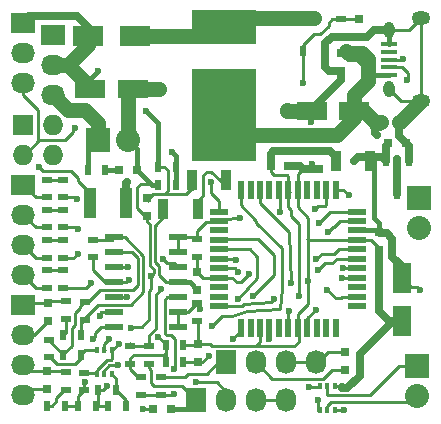
<source format=gbr>
G04 #@! TF.FileFunction,Copper,L1,Top,Signal*
%FSLAX46Y46*%
G04 Gerber Fmt 4.6, Leading zero omitted, Abs format (unit mm)*
G04 Created by KiCad (PCBNEW 4.0.4-stable) date 01/19/17 12:55:29*
%MOMM*%
%LPD*%
G01*
G04 APERTURE LIST*
%ADD10C,0.100000*%
%ADD11R,1.600200X2.600960*%
%ADD12R,1.600000X0.560000*%
%ADD13R,0.560000X1.600000*%
%ADD14R,1.350000X0.400000*%
%ADD15O,0.950000X1.400000*%
%ADD16O,1.550000X1.200000*%
%ADD17R,1.727200X2.032000*%
%ADD18O,1.727200X2.032000*%
%ADD19R,0.750000X0.800000*%
%ADD20R,0.800000X0.750000*%
%ADD21R,2.600960X1.600200*%
%ADD22R,2.499360X1.800860*%
%ADD23R,0.797560X0.797560*%
%ADD24R,1.000000X2.500000*%
%ADD25R,0.900000X1.700000*%
%ADD26R,2.032000X1.727200*%
%ADD27O,2.032000X1.727200*%
%ADD28R,1.727200X1.727200*%
%ADD29O,1.727200X1.727200*%
%ADD30R,2.032000X2.032000*%
%ADD31O,2.032000X2.032000*%
%ADD32R,0.600000X0.900000*%
%ADD33R,0.900000X0.500000*%
%ADD34R,0.500000X0.900000*%
%ADD35R,1.500000X0.600000*%
%ADD36R,0.304800X0.508000*%
%ADD37R,5.400040X2.900680*%
%ADD38R,5.400040X7.900680*%
%ADD39C,0.600000*%
%ADD40C,0.250000*%
%ADD41C,0.400000*%
%ADD42C,1.270000*%
%ADD43C,0.635000*%
G04 APERTURE END LIST*
D10*
D11*
X103187500Y-122214640D03*
X103187500Y-125816360D03*
D12*
X87723600Y-116573800D03*
X87723600Y-117373800D03*
X87723600Y-118173800D03*
X87723600Y-118973800D03*
X87723600Y-119773800D03*
X87723600Y-120573800D03*
X87723600Y-121373800D03*
X87723600Y-122173800D03*
X87723600Y-122973800D03*
X87723600Y-123773800D03*
X87723600Y-124573800D03*
D13*
X89573600Y-126423800D03*
X90373600Y-126423800D03*
X91173600Y-126423800D03*
X91973600Y-126423800D03*
X92773600Y-126423800D03*
X93573600Y-126423800D03*
X94373600Y-126423800D03*
X95173600Y-126423800D03*
X95973600Y-126423800D03*
X96773600Y-126423800D03*
X97573600Y-126423800D03*
D12*
X99423600Y-124573800D03*
X99423600Y-123773800D03*
X99423600Y-122973800D03*
X99423600Y-122173800D03*
X99423600Y-121373800D03*
X99423600Y-120573800D03*
X99423600Y-119773800D03*
X99423600Y-118973800D03*
X99423600Y-118173800D03*
X99423600Y-117373800D03*
X99423600Y-116573800D03*
D13*
X97573600Y-114723800D03*
X96773600Y-114723800D03*
X95973600Y-114723800D03*
X95173600Y-114723800D03*
X94373600Y-114723800D03*
X93573600Y-114723800D03*
X92773600Y-114723800D03*
X91973600Y-114723800D03*
X91173600Y-114723800D03*
X90373600Y-114723800D03*
X89573600Y-114723800D03*
D14*
X102132960Y-104996400D03*
X102132960Y-104346400D03*
X102132960Y-103696400D03*
X102132960Y-103046400D03*
X102132960Y-102396400D03*
D15*
X102132960Y-106196400D03*
X102132960Y-101196400D03*
D16*
X104832960Y-107196400D03*
X104832960Y-100196400D03*
D17*
X88328500Y-129349500D03*
D18*
X90868500Y-129349500D03*
X93408500Y-129349500D03*
X95948500Y-129349500D03*
D19*
X98374200Y-128459800D03*
X98374200Y-129959800D03*
D20*
X83630200Y-133273800D03*
X82130200Y-133273800D03*
X101421500Y-109029500D03*
X102921500Y-109029500D03*
D19*
X101219000Y-118312500D03*
X101219000Y-119812500D03*
X85915500Y-129312100D03*
X85915500Y-127812100D03*
X81597500Y-115455000D03*
X81597500Y-116955000D03*
X96202500Y-111454500D03*
X96202500Y-112954500D03*
D21*
X99146360Y-108077000D03*
X95544640Y-108077000D03*
D19*
X98044000Y-103136000D03*
X98044000Y-104636000D03*
D20*
X102056500Y-110807500D03*
X103556500Y-110807500D03*
D19*
X73215500Y-125845000D03*
X73215500Y-124345000D03*
X73152000Y-131610800D03*
X73152000Y-130110800D03*
D21*
X76812140Y-106172000D03*
X80413860Y-106172000D03*
D19*
X85852000Y-123178000D03*
X85852000Y-121678000D03*
X94805500Y-111454500D03*
X94805500Y-112954500D03*
D20*
X92087000Y-112712500D03*
X93587000Y-112712500D03*
D22*
X76614020Y-101727000D03*
X80611980Y-101727000D03*
D23*
X79260700Y-113030000D03*
X80759300Y-113030000D03*
D24*
X76808200Y-115824000D03*
X79808200Y-115824000D03*
D25*
X100522700Y-112318800D03*
X97622700Y-112318800D03*
X88318000Y-113919000D03*
X85418000Y-113919000D03*
X83005000Y-116332000D03*
X85905000Y-116332000D03*
D26*
X71120000Y-114300000D03*
D27*
X71120000Y-116840000D03*
X71120000Y-119380000D03*
X71120000Y-121920000D03*
D28*
X71120000Y-109220000D03*
D29*
X73660000Y-109220000D03*
X71120000Y-111760000D03*
X73660000Y-111760000D03*
D17*
X85788500Y-132524500D03*
D18*
X88328500Y-132524500D03*
X90868500Y-132524500D03*
X93408500Y-132524500D03*
D26*
X71120000Y-124460000D03*
D27*
X71120000Y-127000000D03*
X71120000Y-129540000D03*
X71120000Y-132080000D03*
D30*
X77470000Y-110490000D03*
D31*
X80010000Y-110490000D03*
D30*
X104470200Y-129616200D03*
D31*
X104470200Y-132156200D03*
D26*
X71069200Y-100571300D03*
D27*
X71069200Y-103111300D03*
X71069200Y-105651300D03*
D26*
X73660000Y-101600000D03*
D27*
X73660000Y-104140000D03*
X73660000Y-106680000D03*
D32*
X95758000Y-100200000D03*
X96708000Y-103000000D03*
X94808000Y-103000000D03*
D33*
X82753200Y-132068000D03*
X82753200Y-130568000D03*
X81788000Y-127951800D03*
X81788000Y-129451800D03*
X81127600Y-132068000D03*
X81127600Y-130568000D03*
X80187800Y-129451800D03*
X80187800Y-127951800D03*
D34*
X84684300Y-129324100D03*
X83184300Y-129324100D03*
X84684300Y-127850900D03*
X83184300Y-127850900D03*
D33*
X73101200Y-121525600D03*
X73101200Y-123025600D03*
X73101200Y-119011000D03*
X73101200Y-120511000D03*
X73101200Y-116420200D03*
X73101200Y-117920200D03*
X73101200Y-113880200D03*
X73101200Y-115380200D03*
X74498200Y-123025600D03*
X74498200Y-121525600D03*
X74498200Y-120511000D03*
X74498200Y-119011000D03*
X74498200Y-117920200D03*
X74498200Y-116420200D03*
X74498200Y-115380200D03*
X74498200Y-113880200D03*
D34*
X78320200Y-132994400D03*
X79820200Y-132994400D03*
X77482000Y-131673600D03*
X78982000Y-131673600D03*
X74535600Y-128676400D03*
X76035600Y-128676400D03*
D33*
X73304400Y-127418400D03*
X73304400Y-128918400D03*
X76327000Y-125718000D03*
X76327000Y-124218000D03*
D34*
X75805600Y-132994400D03*
X77305600Y-132994400D03*
D33*
X85852000Y-124345000D03*
X85852000Y-125845000D03*
D34*
X74497500Y-127063500D03*
X75997500Y-127063500D03*
X73164000Y-132994400D03*
X74664000Y-132994400D03*
D33*
X74739500Y-124154500D03*
X74739500Y-125654500D03*
X74726800Y-130161600D03*
X74726800Y-131661600D03*
D34*
X82562000Y-112776000D03*
X84062000Y-112776000D03*
X84062000Y-114300000D03*
X82562000Y-114300000D03*
D33*
X85826600Y-120384000D03*
X85826600Y-118884000D03*
X77025500Y-118947500D03*
X77025500Y-120447500D03*
X76250800Y-130212400D03*
X76250800Y-131712400D03*
X98056700Y-100265800D03*
X98056700Y-101765800D03*
D34*
X76593000Y-113030000D03*
X78093000Y-113030000D03*
D32*
X102806500Y-115065000D03*
X101856500Y-112265000D03*
X103756500Y-112265000D03*
D35*
X84234000Y-126365000D03*
X84234000Y-125095000D03*
X84234000Y-123825000D03*
X84234000Y-122555000D03*
X84234000Y-121285000D03*
X84234000Y-120015000D03*
X84234000Y-118745000D03*
X78834000Y-118745000D03*
X78834000Y-120015000D03*
X78834000Y-121285000D03*
X78834000Y-122555000D03*
X78834000Y-123825000D03*
X78834000Y-125095000D03*
X78834000Y-126365000D03*
D36*
X78613000Y-128320800D03*
X77343000Y-128320800D03*
X78613000Y-130352800D03*
X77978000Y-128320800D03*
X77343000Y-130352800D03*
X77978000Y-130352800D03*
X96215200Y-133400800D03*
X97485200Y-133400800D03*
X96215200Y-131368800D03*
X96850200Y-133400800D03*
X97485200Y-131368800D03*
X96850200Y-131368800D03*
D30*
X104597200Y-115392200D03*
D31*
X104597200Y-117932200D03*
D19*
X99580700Y-100265800D03*
X99580700Y-101765800D03*
D37*
X88138000Y-100916740D03*
D38*
X88138000Y-108418126D03*
D39*
X81229200Y-133273800D03*
X85750400Y-130962400D03*
X101041200Y-110083600D03*
X102793800Y-112090200D03*
X93421200Y-108000800D03*
X98145600Y-131419600D03*
X96062800Y-132562600D03*
X95567500Y-112585500D03*
X95504000Y-108966000D03*
X79222600Y-127762000D03*
X80289400Y-126390400D03*
X75514200Y-109474000D03*
X80060800Y-122326400D03*
X81940400Y-122021600D03*
X95199200Y-122428000D03*
X90271600Y-121843800D03*
X82626200Y-106222800D03*
X104724200Y-123215400D03*
X95885000Y-124891800D03*
X99123500Y-112268000D03*
X79946500Y-114046000D03*
X94513400Y-123723400D03*
X86817200Y-128803400D03*
X77470000Y-104648000D03*
X81534000Y-108077000D03*
X72491600Y-112826800D03*
X83693000Y-111506000D03*
X87020400Y-114071400D03*
X92900500Y-116649500D03*
X89471500Y-117157500D03*
X90614500Y-123698000D03*
X78422500Y-127381000D03*
X89344500Y-123952000D03*
X79184500Y-129603500D03*
X89154000Y-120650000D03*
X80010000Y-121285000D03*
X79883000Y-123825000D03*
X89344500Y-121666000D03*
X93662500Y-125031500D03*
X92329000Y-124015500D03*
X98310700Y-133400800D03*
X88849200Y-127355600D03*
X95326200Y-131445000D03*
X91973400Y-127355600D03*
X94818200Y-105714800D03*
X96875600Y-123215400D03*
X98145600Y-122174000D03*
X103581200Y-105410000D03*
X98171000Y-121361200D03*
X103301800Y-103657400D03*
X96075500Y-121539000D03*
X76835000Y-122618500D03*
X95948500Y-120586500D03*
X75755500Y-120142000D03*
X96964500Y-118300500D03*
X75755500Y-118046500D03*
X96139000Y-117538500D03*
X75692000Y-115506500D03*
X98679000Y-115189000D03*
X95821500Y-116332000D03*
X93827600Y-122656600D03*
X86106000Y-124841000D03*
X87122000Y-126238000D03*
X82550000Y-127190500D03*
X83921600Y-132029200D03*
X83921600Y-129895600D03*
X82981800Y-120599200D03*
X82804000Y-123088400D03*
X78206600Y-131318000D03*
X77597000Y-125399800D03*
X76327000Y-131013200D03*
X77012800Y-127355600D03*
D40*
X95948500Y-129349500D02*
X96075500Y-129349500D01*
X96075500Y-129349500D02*
X96952500Y-128472500D01*
X96952500Y-128472500D02*
X98044000Y-128472500D01*
X95948500Y-129349500D02*
X93408500Y-129349500D01*
X82753200Y-130568000D02*
X84824000Y-130568000D01*
X86664800Y-130302000D02*
X87617300Y-129349500D01*
X85090000Y-130302000D02*
X86664800Y-130302000D01*
X84824000Y-130568000D02*
X85090000Y-130302000D01*
X87617300Y-129349500D02*
X88328500Y-129349500D01*
X98044000Y-129972500D02*
X97281300Y-129972500D01*
X92227400Y-130708400D02*
X90868500Y-129349500D01*
X96545400Y-130708400D02*
X92227400Y-130708400D01*
X97281300Y-129972500D02*
X96545400Y-130708400D01*
X90868500Y-129349500D02*
X90932000Y-129349500D01*
D41*
X83630200Y-133273800D02*
X85039200Y-133273800D01*
X85039200Y-133273800D02*
X85788500Y-132524500D01*
D40*
X85064600Y-133248400D02*
X85788500Y-132524500D01*
X90868500Y-132524500D02*
X93408500Y-132524500D01*
X85788500Y-132524500D02*
X85788500Y-132626100D01*
X84582000Y-131318000D02*
X85788500Y-132524500D01*
X82194400Y-131318000D02*
X84582000Y-131318000D01*
X81940400Y-131064000D02*
X82194400Y-131318000D01*
X81940400Y-129997200D02*
X81940400Y-131064000D01*
X81788000Y-129844800D02*
X81940400Y-129997200D01*
X81788000Y-129451800D02*
X81788000Y-129844800D01*
X81788000Y-129451800D02*
X81788000Y-129667000D01*
X82118200Y-133273800D02*
X81229200Y-133273800D01*
X85750400Y-130962400D02*
X85801200Y-131013200D01*
X85801200Y-131013200D02*
X87528400Y-131013200D01*
X87528400Y-131013200D02*
X88328500Y-131813300D01*
X88328500Y-131813300D02*
X88328500Y-132524500D01*
D42*
X88138000Y-110919260D02*
X88138000Y-110845600D01*
D43*
X102806500Y-115065000D02*
X102806500Y-112102900D01*
X100888800Y-109931200D02*
X100888800Y-109016800D01*
X101041200Y-110083600D02*
X100888800Y-109931200D01*
X102806500Y-112102900D02*
X102793800Y-112090200D01*
X98552000Y-109321600D02*
X98501200Y-109270800D01*
X98501200Y-109270800D02*
X98552000Y-109321600D01*
X98552000Y-109321600D02*
X98552000Y-109220000D01*
D42*
X99146360Y-108077000D02*
X99949000Y-108077000D01*
X99949000Y-108077000D02*
X100888800Y-109016800D01*
X100888800Y-109016800D02*
X101028500Y-109156500D01*
X101028500Y-109156500D02*
X101421500Y-109029500D01*
X100330000Y-104648000D02*
X100330000Y-103632000D01*
X98615500Y-103124000D02*
X98488500Y-102997000D01*
X99822000Y-103124000D02*
X98615500Y-103124000D01*
X100330000Y-103632000D02*
X99822000Y-103124000D01*
X99146360Y-108077000D02*
X99146360Y-106720640D01*
X100330000Y-105537000D02*
X100330000Y-104648000D01*
X99146360Y-106720640D02*
X100330000Y-105537000D01*
D41*
X102132960Y-104996400D02*
X100678400Y-104996400D01*
X100678400Y-104996400D02*
X100330000Y-104648000D01*
X98603500Y-103695500D02*
X98044000Y-103136000D01*
X100330000Y-104648000D02*
X99377500Y-103695500D01*
X99377500Y-103695500D02*
X98603500Y-103695500D01*
D42*
X99146360Y-108077000D02*
X99146360Y-108625640D01*
X99146360Y-108625640D02*
X98552000Y-109220000D01*
X98552000Y-109220000D02*
X97663000Y-110109000D01*
X97663000Y-110109000D02*
X88948260Y-110109000D01*
X88948260Y-110109000D02*
X88138000Y-110919260D01*
D43*
X99580700Y-101765800D02*
X100227700Y-101765800D01*
X100797100Y-101196400D02*
X102132960Y-101196400D01*
X100227700Y-101765800D02*
X100797100Y-101196400D01*
X95544640Y-108077000D02*
X95544640Y-107909360D01*
X95544640Y-107909360D02*
X98044000Y-105410000D01*
X98044000Y-105410000D02*
X98044000Y-104636000D01*
X96708000Y-103000000D02*
X96708000Y-104366100D01*
X96977900Y-104636000D02*
X98044000Y-104636000D01*
X96708000Y-104366100D02*
X96977900Y-104636000D01*
X98056700Y-101765800D02*
X97243200Y-101765800D01*
X96708000Y-102301000D02*
X96708000Y-103000000D01*
X97243200Y-101765800D02*
X96708000Y-102301000D01*
X99580700Y-101765800D02*
X98056700Y-101765800D01*
D40*
X98094800Y-131368800D02*
X98145600Y-131419600D01*
X97485200Y-131368800D02*
X98094800Y-131368800D01*
D42*
X93497400Y-108077000D02*
X95544640Y-108077000D01*
X93421200Y-108000800D02*
X93497400Y-108077000D01*
D40*
X71069200Y-105651300D02*
X71069200Y-106629200D01*
X72390000Y-107950000D02*
X72390000Y-110617000D01*
X72390000Y-107950000D02*
X71120000Y-106680000D01*
X71069200Y-106629200D02*
X71120000Y-106680000D01*
D42*
X80413860Y-106172000D02*
X82575400Y-106172000D01*
D40*
X101219000Y-119812500D02*
X101219000Y-119659400D01*
X101219000Y-119659400D02*
X100533400Y-118973800D01*
D43*
X102921500Y-109029500D02*
X102921500Y-110172500D01*
X102921500Y-110172500D02*
X103556500Y-110807500D01*
X103756500Y-112265000D02*
X103756500Y-111007500D01*
X103756500Y-111007500D02*
X103556500Y-110807500D01*
X103187500Y-125816360D02*
X102067360Y-125816360D01*
X101219000Y-124968000D02*
X101219000Y-119812500D01*
X102067360Y-125816360D02*
X101219000Y-124968000D01*
X103187500Y-125816360D02*
X102453440Y-125816360D01*
X102453440Y-125816360D02*
X99618800Y-128651000D01*
X99618800Y-128651000D02*
X99618800Y-130454400D01*
X99618800Y-130454400D02*
X98584902Y-131488298D01*
X98584902Y-131488298D02*
X98145600Y-131488298D01*
X98145600Y-131488298D02*
X98145600Y-131445000D01*
D40*
X96075500Y-133477000D02*
X96075500Y-132575300D01*
X98120200Y-131445000D02*
X98145600Y-131445000D01*
X98145600Y-131419600D02*
X98120200Y-131445000D01*
X96075500Y-132575300D02*
X96062800Y-132562600D01*
X85915500Y-127812100D02*
X86943500Y-127812100D01*
X87122000Y-127990600D02*
X90576400Y-127990600D01*
X86943500Y-127812100D02*
X87122000Y-127990600D01*
D42*
X102921500Y-109029500D02*
X102999860Y-109029500D01*
X102999860Y-109029500D02*
X104832960Y-107196400D01*
D40*
X104832960Y-107196400D02*
X103132960Y-107196400D01*
X103132960Y-107196400D02*
X102132960Y-106196400D01*
X104832960Y-100196400D02*
X104832960Y-107196400D01*
X102132960Y-101196400D02*
X103832960Y-101196400D01*
X103832960Y-101196400D02*
X104832960Y-100196400D01*
D41*
X102132960Y-102396400D02*
X102132960Y-101196400D01*
D40*
X95377000Y-112776000D02*
X95567500Y-112585500D01*
X95504000Y-108966000D02*
X95544640Y-108925360D01*
X95544640Y-108925360D02*
X95544640Y-108077000D01*
X95377000Y-112954500D02*
X95377000Y-112776000D01*
X94373600Y-113386400D02*
X94805500Y-112954500D01*
D43*
X96202500Y-112954500D02*
X95377000Y-112954500D01*
X95377000Y-112954500D02*
X94805500Y-112954500D01*
X93587000Y-112712500D02*
X94563500Y-112712500D01*
X94563500Y-112712500D02*
X94805500Y-112954500D01*
D40*
X78613000Y-128320800D02*
X78663800Y-128320800D01*
X78663800Y-128320800D02*
X79222600Y-127762000D01*
X81940400Y-122021600D02*
X81940400Y-123139200D01*
X80365600Y-126314200D02*
X80289400Y-126390400D01*
X81178400Y-126314200D02*
X80365600Y-126314200D01*
X81788000Y-125704600D02*
X81178400Y-126314200D01*
X81788000Y-123291600D02*
X81788000Y-125704600D01*
X81940400Y-123139200D02*
X81788000Y-123291600D01*
X77343000Y-130352800D02*
X77343000Y-129970402D01*
X77343000Y-129970402D02*
X78198004Y-129115398D01*
X78198004Y-129115398D02*
X78580402Y-129115398D01*
X78580402Y-129115398D02*
X78613000Y-129082800D01*
X78613000Y-129082800D02*
X78613000Y-128320800D01*
X86347800Y-122173800D02*
X85852000Y-121678000D01*
X81597500Y-116955000D02*
X81445800Y-116955000D01*
X81445800Y-116955000D02*
X80797400Y-116306600D01*
X81089500Y-114236500D02*
X81724500Y-114236500D01*
X80797400Y-114528600D02*
X81089500Y-114236500D01*
X80797400Y-116306600D02*
X80797400Y-114528600D01*
X81788000Y-114173000D02*
X81788000Y-114058700D01*
X81724500Y-114236500D02*
X81845150Y-114115850D01*
X81845150Y-114115850D02*
X81788000Y-114173000D01*
X75361800Y-109829600D02*
X74701400Y-110490000D01*
X75514200Y-109474000D02*
X75361800Y-109626400D01*
X75361800Y-109626400D02*
X75361800Y-109829600D01*
X72517000Y-110490000D02*
X72390000Y-110617000D01*
X74701400Y-110490000D02*
X72517000Y-110490000D01*
X86092600Y-127635000D02*
X85915500Y-127812100D01*
X85915500Y-127812100D02*
X85915500Y-125908500D01*
X85915500Y-125908500D02*
X85852000Y-125845000D01*
X84684300Y-127850900D02*
X85876700Y-127850900D01*
X85876700Y-127850900D02*
X85915500Y-127812100D01*
X85826600Y-120384000D02*
X85826600Y-121652600D01*
X85826600Y-121652600D02*
X85852000Y-121678000D01*
X78834000Y-122555000D02*
X79832200Y-122555000D01*
X79832200Y-122555000D02*
X80060800Y-122326400D01*
X81864200Y-121165198D02*
X81864200Y-117678200D01*
X81940400Y-122021600D02*
X82169000Y-121793000D01*
X82169000Y-121793000D02*
X82169000Y-121469998D01*
X82169000Y-121469998D02*
X81864200Y-121165198D01*
X76250800Y-130212400D02*
X77202600Y-130212400D01*
X77202600Y-130212400D02*
X77343000Y-130352800D01*
X78834000Y-122555000D02*
X78054200Y-122555000D01*
X77025500Y-121526300D02*
X77025500Y-120447500D01*
X78054200Y-122555000D02*
X77025500Y-121526300D01*
X81597500Y-116955000D02*
X81597500Y-117411500D01*
X81597500Y-117411500D02*
X81864200Y-117678200D01*
D41*
X85852000Y-121678000D02*
X85864000Y-121678000D01*
X80759300Y-113030000D02*
X80759300Y-111239300D01*
X80759300Y-111239300D02*
X80010000Y-110490000D01*
X82562000Y-114300000D02*
X82029300Y-114300000D01*
X82029300Y-114300000D02*
X81788000Y-114058700D01*
X81788000Y-114058700D02*
X80759300Y-113030000D01*
D40*
X71120000Y-111760000D02*
X71247000Y-111760000D01*
X71247000Y-111760000D02*
X72390000Y-110617000D01*
D42*
X80010000Y-110490000D02*
X80010000Y-106575860D01*
X80010000Y-106575860D02*
X80413860Y-106172000D01*
D40*
X100533400Y-118973800D02*
X99423600Y-118973800D01*
X99423600Y-118973800D02*
X95250000Y-118973800D01*
X95186500Y-118935500D02*
X95250000Y-118935500D01*
X95211700Y-118935500D02*
X95186500Y-118935500D01*
X95250000Y-118973800D02*
X95211700Y-118935500D01*
X95250000Y-122428000D02*
X95250000Y-118935500D01*
X95250000Y-118935500D02*
X95250000Y-117094000D01*
X91173600Y-127622000D02*
X91173600Y-126423800D01*
X90805000Y-127990600D02*
X91173600Y-127622000D01*
X90576400Y-127990600D02*
X90805000Y-127990600D01*
X95199200Y-122428000D02*
X95250000Y-122428000D01*
X95250000Y-122428000D02*
X95224600Y-122428000D01*
X95224600Y-122428000D02*
X95250000Y-122428000D01*
X90576400Y-127990600D02*
X94081600Y-127990600D01*
X94462600Y-127609600D02*
X94462600Y-126512800D01*
X94081600Y-127990600D02*
X94462600Y-127609600D01*
X94462600Y-126512800D02*
X94373600Y-126423800D01*
X94373600Y-126423800D02*
X94373600Y-125272900D01*
X94373600Y-125272900D02*
X95250000Y-124396500D01*
X95250000Y-124396500D02*
X95250000Y-122428000D01*
X94373600Y-114723800D02*
X94373600Y-113386400D01*
X94373600Y-116217600D02*
X94373600Y-114723800D01*
X95250000Y-117094000D02*
X94373600Y-116217600D01*
X87723600Y-122173800D02*
X88823600Y-122173800D01*
X89560400Y-122555000D02*
X90271600Y-121843800D01*
X89204800Y-122555000D02*
X89560400Y-122555000D01*
X88823600Y-122173800D02*
X89204800Y-122555000D01*
X87723600Y-122173800D02*
X86347800Y-122173800D01*
D42*
X82575400Y-106172000D02*
X82626200Y-106222800D01*
D40*
X95173600Y-126423800D02*
X95173600Y-125603200D01*
X95173600Y-125603200D02*
X95885000Y-124891800D01*
D43*
X103187500Y-122214640D02*
X103187500Y-121196100D01*
X103187500Y-121196100D02*
X102387400Y-120396000D01*
X101904800Y-118414800D02*
X101321300Y-118414800D01*
X102387400Y-118897400D02*
X101904800Y-118414800D01*
X102387400Y-120396000D02*
X102387400Y-118897400D01*
X101321300Y-118414800D02*
X101219000Y-118312500D01*
D40*
X104495600Y-122986800D02*
X103959660Y-122986800D01*
X104724200Y-123215400D02*
X104495600Y-122986800D01*
X103959660Y-122986800D02*
X103187500Y-122214640D01*
D43*
X100510000Y-111950500D02*
X101542000Y-111950500D01*
X101542000Y-111950500D02*
X101856500Y-112265000D01*
X101856500Y-112265000D02*
X101856500Y-111432300D01*
X101856500Y-112265000D02*
X101856500Y-111432300D01*
X101856500Y-111432300D02*
X101856500Y-111007500D01*
X101856500Y-111007500D02*
X102056500Y-110807500D01*
D41*
X100838000Y-112278500D02*
X100510000Y-111950500D01*
X100838000Y-117157500D02*
X100838000Y-112278500D01*
X101219000Y-117538500D02*
X100838000Y-117157500D01*
X101219000Y-118312500D02*
X101219000Y-117538500D01*
X101080300Y-118173800D02*
X101219000Y-118312500D01*
D43*
X79808200Y-115824000D02*
X79808200Y-114184300D01*
X99441000Y-111950500D02*
X100510000Y-111950500D01*
X99123500Y-112268000D02*
X99441000Y-111950500D01*
X79808200Y-114184300D02*
X79946500Y-114046000D01*
D41*
X99423600Y-118173800D02*
X101080300Y-118173800D01*
D40*
X85915500Y-129312100D02*
X86308500Y-129312100D01*
X86308500Y-129312100D02*
X86817200Y-128803400D01*
D43*
X96202500Y-111454500D02*
X97114000Y-111454500D01*
X97114000Y-111454500D02*
X97610000Y-111950500D01*
X94805500Y-111454500D02*
X96202500Y-111454500D01*
X92087000Y-112712500D02*
X92087000Y-111684500D01*
X92317000Y-111454500D02*
X94805500Y-111454500D01*
X92087000Y-111684500D02*
X92317000Y-111454500D01*
D40*
X92087000Y-113232500D02*
X92087000Y-112712500D01*
X85915500Y-129312100D02*
X86270400Y-129312100D01*
X85915500Y-129312100D02*
X86079900Y-129312100D01*
X85915500Y-129312100D02*
X84696300Y-129312100D01*
X84696300Y-129312100D02*
X84684300Y-129324100D01*
X93573600Y-116205000D02*
X93573600Y-114723800D01*
X93802200Y-116433600D02*
X93573600Y-116205000D01*
X93802200Y-116941600D02*
X93802200Y-116433600D01*
X94513400Y-117652800D02*
X93802200Y-116941600D01*
X94513400Y-123723400D02*
X94513400Y-117652800D01*
X93573600Y-114723800D02*
X93573600Y-113576100D01*
X93573600Y-113576100D02*
X93472000Y-113474500D01*
X93472000Y-113474500D02*
X92329000Y-113474500D01*
X92329000Y-113474500D02*
X92087000Y-113232500D01*
X93662500Y-114812700D02*
X93573600Y-114723800D01*
X93726000Y-114876200D02*
X93573600Y-114723800D01*
D43*
X76614020Y-101727000D02*
X76614020Y-100972620D01*
X76614020Y-100972620D02*
X75641200Y-99999800D01*
X75641200Y-99999800D02*
X71640700Y-99999800D01*
X71640700Y-99999800D02*
X71069200Y-100571300D01*
D40*
X83083400Y-115112800D02*
X84886800Y-115112800D01*
X84886800Y-115112800D02*
X85418000Y-114581600D01*
X85418000Y-114581600D02*
X85418000Y-113919000D01*
X81597500Y-115455000D02*
X81776000Y-115455000D01*
X81776000Y-115455000D02*
X82118200Y-115112800D01*
X83058000Y-112776000D02*
X82562000Y-112776000D01*
X83362800Y-113080800D02*
X83058000Y-112776000D01*
X83362800Y-114833400D02*
X83362800Y-113080800D01*
X83083400Y-115112800D02*
X83362800Y-114833400D01*
X82118200Y-115112800D02*
X83083400Y-115112800D01*
X81597500Y-115455000D02*
X81839500Y-115455000D01*
X81661000Y-115685000D02*
X81661000Y-115570000D01*
D41*
X85418000Y-113919000D02*
X85418000Y-114607000D01*
X82562000Y-112776000D02*
X82562000Y-109105000D01*
X76812140Y-105305860D02*
X76812140Y-106172000D01*
X77470000Y-104648000D02*
X76812140Y-105305860D01*
X82562000Y-109105000D02*
X81534000Y-108077000D01*
D43*
X73660000Y-104140000D02*
X73279000Y-104140000D01*
D42*
X76812140Y-106172000D02*
X76812140Y-106022140D01*
X76812140Y-106022140D02*
X74930000Y-104140000D01*
X76614020Y-101727000D02*
X76614020Y-102455980D01*
X76614020Y-102455980D02*
X74930000Y-104140000D01*
X74930000Y-104140000D02*
X73660000Y-104140000D01*
D40*
X71120000Y-127000000D02*
X72060500Y-127000000D01*
X72060500Y-127000000D02*
X73215500Y-125845000D01*
X73215500Y-124345000D02*
X71235000Y-124345000D01*
X71235000Y-124345000D02*
X71120000Y-124460000D01*
X74739500Y-124154500D02*
X73406000Y-124154500D01*
X73406000Y-124154500D02*
X73215500Y-124345000D01*
X71589200Y-131610800D02*
X71120000Y-132080000D01*
X71335200Y-131864800D02*
X71120000Y-132080000D01*
X73152000Y-131610800D02*
X71589200Y-131610800D01*
X73152000Y-130110800D02*
X74676000Y-130110800D01*
X74676000Y-130110800D02*
X74726800Y-130161600D01*
X73152000Y-130110800D02*
X71690800Y-130110800D01*
X71690800Y-130110800D02*
X71120000Y-129540000D01*
X84234000Y-122555000D02*
X83210400Y-122555000D01*
X82314202Y-117761598D02*
X83005000Y-117070800D01*
X82314202Y-120853200D02*
X82314202Y-117761598D01*
X82619002Y-121158000D02*
X82314202Y-120853200D01*
X82619002Y-121963602D02*
X82619002Y-121158000D01*
X83210400Y-122555000D02*
X82619002Y-121963602D01*
X83005000Y-117070800D02*
X83005000Y-116332000D01*
D41*
X84234000Y-122555000D02*
X85229000Y-122555000D01*
X85229000Y-122555000D02*
X85852000Y-123178000D01*
D42*
X80611980Y-101727000D02*
X87327740Y-101727000D01*
X87327740Y-101727000D02*
X88138000Y-100916740D01*
X95758000Y-100200000D02*
X88854740Y-100200000D01*
X88854740Y-100200000D02*
X88138000Y-100916740D01*
D41*
X79260700Y-113030000D02*
X78093000Y-113030000D01*
D40*
X76808200Y-114984400D02*
X75793600Y-113969800D01*
X76808200Y-115824000D02*
X76808200Y-114984400D01*
X75793600Y-113969800D02*
X75793600Y-113766600D01*
X75793600Y-113766600D02*
X75184000Y-113157000D01*
X75184000Y-113157000D02*
X72821800Y-113157000D01*
X72821800Y-113157000D02*
X72491600Y-112826800D01*
D41*
X83693000Y-111506000D02*
X84074000Y-111887000D01*
X84062000Y-114300000D02*
X84062000Y-112776000D01*
X84074000Y-111887000D02*
X84074000Y-112764000D01*
X84074000Y-112764000D02*
X84062000Y-112776000D01*
D40*
X87020400Y-114960400D02*
X87020400Y-114071400D01*
X87723600Y-115663600D02*
X87020400Y-114960400D01*
X87723600Y-116573800D02*
X87723600Y-115663600D01*
X85826600Y-118884000D02*
X85826600Y-118211600D01*
X85826600Y-118211600D02*
X86563200Y-117475000D01*
X84234000Y-118745000D02*
X85687600Y-118745000D01*
X85687600Y-118745000D02*
X85826600Y-118884000D01*
X84234000Y-120015000D02*
X84234000Y-118745000D01*
X92837000Y-116586000D02*
X92837000Y-114787200D01*
X92900500Y-116649500D02*
X92837000Y-116586000D01*
X92837000Y-114787200D02*
X92773600Y-114723800D01*
X92773500Y-114723900D02*
X92773600Y-114723800D01*
X87723600Y-117373800D02*
X89370300Y-117056300D01*
X89370300Y-117056300D02*
X89471500Y-117157500D01*
X86563200Y-117475000D02*
X87622400Y-117475000D01*
X87622400Y-117475000D02*
X87723600Y-117373800D01*
X77978000Y-128320800D02*
X77978000Y-127825500D01*
X77978000Y-127825500D02*
X78422500Y-127381000D01*
X78041500Y-128257300D02*
X77978000Y-128320800D01*
X90995500Y-118935500D02*
X87761900Y-118935500D01*
X92329000Y-120269000D02*
X90995500Y-118935500D01*
X92329000Y-121983500D02*
X92329000Y-120269000D01*
X90614500Y-123698000D02*
X92329000Y-121983500D01*
X87761900Y-118935500D02*
X87723600Y-118973800D01*
X90309800Y-119773800D02*
X87723600Y-119773800D01*
X90932000Y-120396000D02*
X90309800Y-119773800D01*
X90932000Y-122237500D02*
X90932000Y-120396000D01*
X89344500Y-123952000D02*
X90932000Y-122237500D01*
X78422500Y-129603500D02*
X79184500Y-129603500D01*
X77978000Y-130352800D02*
X77978000Y-130048000D01*
X77978000Y-130048000D02*
X78422500Y-129603500D01*
X87723600Y-120573800D02*
X89077800Y-120573800D01*
X89077800Y-120573800D02*
X89154000Y-120650000D01*
X80010000Y-121285000D02*
X78834000Y-121285000D01*
X87723600Y-121373800D02*
X89052300Y-121373800D01*
X89052300Y-121373800D02*
X89344500Y-121666000D01*
X79883000Y-123825000D02*
X78834000Y-123825000D01*
X93573600Y-125120400D02*
X93573600Y-126423800D01*
X93662500Y-125031500D02*
X93573600Y-125120400D01*
X92138500Y-124206000D02*
X92329000Y-124015500D01*
X89852500Y-124396500D02*
X92138500Y-124206000D01*
X89662000Y-124587000D02*
X89852500Y-124396500D01*
X87723600Y-124573800D02*
X89140800Y-124573800D01*
X89154000Y-124587000D02*
X89662000Y-124587000D01*
X89140800Y-124573800D02*
X89154000Y-124587000D01*
X89573600Y-126631200D02*
X88849200Y-127355600D01*
X98310700Y-133400800D02*
X97485200Y-133400800D01*
X89573600Y-126423800D02*
X89573600Y-126631200D01*
X89573600Y-126423800D02*
X89573600Y-126605800D01*
X91973600Y-127355400D02*
X91973600Y-126423800D01*
X96075500Y-131445000D02*
X95326200Y-131445000D01*
X91973400Y-127355600D02*
X91973600Y-127355400D01*
X98056700Y-100265800D02*
X99580700Y-100265800D01*
X94808000Y-103000000D02*
X94808000Y-102486500D01*
X97282700Y-100265800D02*
X98056700Y-100265800D01*
X96977200Y-100571300D02*
X97282700Y-100265800D01*
X96977200Y-100825300D02*
X96977200Y-100571300D01*
X96278700Y-101523800D02*
X96977200Y-100825300D01*
X95770700Y-101523800D02*
X96278700Y-101523800D01*
X94808000Y-102486500D02*
X95770700Y-101523800D01*
X98146000Y-123773800D02*
X99423600Y-123773800D01*
X94804800Y-105701400D02*
X94818200Y-105714800D01*
X94808000Y-103000000D02*
X94804800Y-105701400D01*
X96875600Y-123215400D02*
X97586800Y-123926600D01*
X97586800Y-123926600D02*
X97993200Y-123926600D01*
X97993200Y-123926600D02*
X98146000Y-123773800D01*
D41*
X94769200Y-103038800D02*
X94808000Y-103000000D01*
D40*
X99423600Y-122173800D02*
X98145800Y-122173800D01*
X98145800Y-122173800D02*
X98145600Y-122174000D01*
X103228800Y-104346400D02*
X102132960Y-104346400D01*
X103708200Y-104825800D02*
X103228800Y-104346400D01*
X103708200Y-105283000D02*
X103708200Y-104825800D01*
X103581200Y-105410000D02*
X103708200Y-105283000D01*
X102136160Y-104343200D02*
X102132960Y-104346400D01*
X99423600Y-121373800D02*
X98183600Y-121373800D01*
X98183600Y-121373800D02*
X98171000Y-121361200D01*
X103262800Y-103696400D02*
X102132960Y-103696400D01*
X103301800Y-103657400D02*
X103262800Y-103696400D01*
X97675700Y-120573800D02*
X99423600Y-120573800D01*
X97282000Y-120967500D02*
X97675700Y-120573800D01*
X96647000Y-120967500D02*
X97282000Y-120967500D01*
X96075500Y-121539000D02*
X96647000Y-120967500D01*
X74498200Y-123025600D02*
X76427900Y-123025600D01*
X76427900Y-123025600D02*
X76835000Y-122618500D01*
X97840700Y-119773800D02*
X99423600Y-119773800D01*
X97472500Y-120142000D02*
X97840700Y-119773800D01*
X96393000Y-120142000D02*
X97472500Y-120142000D01*
X95948500Y-120586500D02*
X96393000Y-120142000D01*
X74498200Y-120511000D02*
X75386500Y-120511000D01*
X75386500Y-120511000D02*
X75755500Y-120142000D01*
X97954700Y-117373800D02*
X99423600Y-117373800D01*
X97409000Y-117919500D02*
X97954700Y-117373800D01*
X97345500Y-117919500D02*
X97409000Y-117919500D01*
X96964500Y-118300500D02*
X97345500Y-117919500D01*
X74498200Y-117920200D02*
X75629200Y-117920200D01*
X75629200Y-117920200D02*
X75755500Y-118046500D01*
X97103700Y-116573800D02*
X99423600Y-116573800D01*
X96139000Y-117538500D02*
X97103700Y-116573800D01*
X74498200Y-115380200D02*
X75565700Y-115380200D01*
X75565700Y-115380200D02*
X75692000Y-115506500D01*
X98213800Y-114723800D02*
X97573600Y-114723800D01*
X98679000Y-115189000D02*
X98213800Y-114723800D01*
X96773600Y-116014900D02*
X96773600Y-114723800D01*
X95821500Y-116332000D02*
X96075500Y-116078000D01*
X96075500Y-116078000D02*
X96710500Y-116078000D01*
X96710500Y-116078000D02*
X96773600Y-116014900D01*
X91173600Y-115875100D02*
X91173600Y-114723800D01*
X93599000Y-118300500D02*
X91173600Y-115875100D01*
X93764100Y-122593100D02*
X93599000Y-118300500D01*
X93827600Y-122656600D02*
X93764100Y-122593100D01*
X85852000Y-124345000D02*
X85852000Y-124587000D01*
X85852000Y-124587000D02*
X86106000Y-124841000D01*
X84234000Y-126365000D02*
X84234000Y-125095000D01*
X84234000Y-125095000D02*
X85102000Y-125095000D01*
X85102000Y-125095000D02*
X85852000Y-124345000D01*
X89573600Y-116053100D02*
X89573600Y-114723800D01*
X90868500Y-117348000D02*
X89573600Y-116053100D01*
X90868500Y-117538500D02*
X90868500Y-117348000D01*
X93027500Y-119697500D02*
X90868500Y-117538500D01*
X93027500Y-123063000D02*
X93027500Y-119697500D01*
X92900500Y-124841000D02*
X93027500Y-123063000D01*
X90043000Y-124968000D02*
X92900500Y-124841000D01*
X88773000Y-125412500D02*
X90043000Y-124968000D01*
X87947500Y-125412500D02*
X88773000Y-125412500D01*
X87122000Y-126238000D02*
X87947500Y-125412500D01*
X83184300Y-127850900D02*
X83184300Y-127824800D01*
X83184300Y-127824800D02*
X82550000Y-127190500D01*
X80810800Y-130568000D02*
X81127600Y-130568000D01*
X80187800Y-129451800D02*
X80187800Y-128981200D01*
X83007200Y-128701800D02*
X83184300Y-128524700D01*
X80467200Y-128701800D02*
X83007200Y-128701800D01*
X80187800Y-128981200D02*
X80467200Y-128701800D01*
X83184300Y-127850900D02*
X83184300Y-128524700D01*
X83184300Y-128524700D02*
X83184300Y-129324100D01*
X80187800Y-129451800D02*
X80187800Y-129895600D01*
X80187800Y-129895600D02*
X80860200Y-130568000D01*
X80860200Y-130568000D02*
X81127600Y-130568000D01*
X87757000Y-113919000D02*
X88318000Y-113919000D01*
X87020400Y-113182400D02*
X87757000Y-113919000D01*
X86715600Y-113182400D02*
X87020400Y-113182400D01*
X86385400Y-113512600D02*
X86715600Y-113182400D01*
X86385400Y-115189000D02*
X86385400Y-113512600D01*
D41*
X87884000Y-113919000D02*
X88318000Y-113919000D01*
D40*
X85905000Y-116332000D02*
X85905000Y-115669400D01*
X85905000Y-115669400D02*
X86385400Y-115189000D01*
D41*
X85905000Y-116332000D02*
X85905000Y-115898000D01*
D40*
X73101200Y-115380200D02*
X72200200Y-115380200D01*
X72200200Y-115380200D02*
X71120000Y-114300000D01*
X73101200Y-117920200D02*
X72200200Y-117920200D01*
X72200200Y-117920200D02*
X71120000Y-116840000D01*
X73101200Y-120511000D02*
X72251000Y-120511000D01*
X72251000Y-120511000D02*
X71120000Y-119380000D01*
X73101200Y-123025600D02*
X72225600Y-123025600D01*
X72225600Y-123025600D02*
X71120000Y-121920000D01*
D41*
X76593000Y-113030000D02*
X76593000Y-111367000D01*
X76593000Y-111367000D02*
X77470000Y-110490000D01*
D42*
X77470000Y-110490000D02*
X77470000Y-109093000D01*
X74930000Y-107950000D02*
X73660000Y-106680000D01*
X76327000Y-107950000D02*
X74930000Y-107950000D01*
X77470000Y-109093000D02*
X76327000Y-107950000D01*
D40*
X104470200Y-129616200D02*
X102984300Y-129616200D01*
X96850200Y-132067300D02*
X96850200Y-131368800D01*
X96913700Y-132130800D02*
X96850200Y-132067300D01*
X100469700Y-132130800D02*
X96913700Y-132130800D01*
X102984300Y-129616200D02*
X100469700Y-132130800D01*
X96850200Y-133400800D02*
X96850200Y-133019800D01*
X97167700Y-132702300D02*
X103924100Y-132702300D01*
X96850200Y-133019800D02*
X97167700Y-132702300D01*
X103924100Y-132702300D02*
X104470200Y-132156200D01*
X83108800Y-126238000D02*
X83108800Y-124053600D01*
X83882800Y-132068000D02*
X83921600Y-132029200D01*
X83921600Y-129895600D02*
X83972400Y-129844800D01*
X83972400Y-129844800D02*
X83972400Y-127355600D01*
X83972400Y-127355600D02*
X83667600Y-127050800D01*
X83667600Y-127050800D02*
X83261200Y-127050800D01*
X83261200Y-127050800D02*
X83108800Y-126898400D01*
X83108800Y-126898400D02*
X83108800Y-126238000D01*
X82753200Y-132068000D02*
X83882800Y-132068000D01*
X83337400Y-123825000D02*
X84234000Y-123825000D01*
X83108800Y-124053600D02*
X83337400Y-123825000D01*
X81127600Y-132068000D02*
X82753200Y-132068000D01*
X81788000Y-127951800D02*
X81788000Y-127050800D01*
X83903800Y-120954800D02*
X84234000Y-121285000D01*
X83337400Y-120954800D02*
X83903800Y-120954800D01*
X82981800Y-120599200D02*
X83337400Y-120954800D01*
X82804000Y-123164600D02*
X82804000Y-123088400D01*
X82346800Y-123621800D02*
X82804000Y-123164600D01*
X82346800Y-126492000D02*
X82346800Y-123621800D01*
X81788000Y-127050800D02*
X82346800Y-126492000D01*
X80187800Y-127951800D02*
X80187800Y-127711200D01*
X81788000Y-127951800D02*
X80187800Y-127951800D01*
X73101200Y-121525600D02*
X74498200Y-121525600D01*
X73101200Y-119011000D02*
X74498200Y-119011000D01*
X73101200Y-116420200D02*
X74498200Y-116420200D01*
X73101200Y-113880200D02*
X74498200Y-113880200D01*
X77851000Y-131673600D02*
X78206600Y-131318000D01*
X77622400Y-125145800D02*
X77673200Y-125095000D01*
X77622400Y-125374400D02*
X77622400Y-125145800D01*
X77597000Y-125399800D02*
X77622400Y-125374400D01*
X77482000Y-131673600D02*
X77851000Y-131673600D01*
X77673200Y-125095000D02*
X78834000Y-125095000D01*
X77305600Y-132994400D02*
X78320200Y-132994400D01*
X77482000Y-131673600D02*
X77482000Y-132818000D01*
X77482000Y-132818000D02*
X77305600Y-132994400D01*
X78982000Y-131673600D02*
X78982000Y-130721800D01*
X79820200Y-132511800D02*
X78982000Y-131673600D01*
X78982000Y-130721800D02*
X78613000Y-130352800D01*
X79820200Y-132994400D02*
X79820200Y-132511800D01*
X76594400Y-124218000D02*
X77622400Y-123190000D01*
X77622400Y-123190000D02*
X80416400Y-123190000D01*
X80416400Y-123190000D02*
X80822800Y-122783600D01*
X80822800Y-122783600D02*
X80822800Y-120497600D01*
X80822800Y-120497600D02*
X80340200Y-120015000D01*
X80340200Y-120015000D02*
X78834000Y-120015000D01*
X74535600Y-128676400D02*
X74535600Y-128613600D01*
X74535600Y-128613600D02*
X75234800Y-127914400D01*
X75946000Y-124599000D02*
X76327000Y-124218000D01*
X75946000Y-124764800D02*
X75946000Y-124599000D01*
X75539600Y-125171200D02*
X75946000Y-124764800D01*
X75539600Y-126136400D02*
X75539600Y-125171200D01*
X75234800Y-126441200D02*
X75539600Y-126136400D01*
X75234800Y-127914400D02*
X75234800Y-126441200D01*
X73304400Y-127418400D02*
X73304400Y-127445200D01*
X73304400Y-127445200D02*
X74535600Y-128676400D01*
X76327000Y-124218000D02*
X76594400Y-124218000D01*
X77343000Y-128320800D02*
X76391200Y-128320800D01*
X76391200Y-128320800D02*
X76035600Y-128676400D01*
X73304400Y-128918400D02*
X73394000Y-128918400D01*
X73394000Y-128918400D02*
X73964800Y-129489200D01*
X73964800Y-129489200D02*
X75488800Y-129489200D01*
X75488800Y-129489200D02*
X76035600Y-128942400D01*
X76035600Y-128942400D02*
X76035600Y-128676400D01*
X76327000Y-125718000D02*
X76327000Y-125603000D01*
X76327000Y-125603000D02*
X77470000Y-124460000D01*
X79756000Y-118745000D02*
X78834000Y-118745000D01*
X81305400Y-120294400D02*
X79756000Y-118745000D01*
X81305400Y-123367800D02*
X81305400Y-120294400D01*
X80213200Y-124460000D02*
X81305400Y-123367800D01*
X77470000Y-124460000D02*
X80213200Y-124460000D01*
X75997500Y-127063500D02*
X75997500Y-126047500D01*
X75997500Y-126047500D02*
X76327000Y-125718000D01*
X77025500Y-118947500D02*
X78631500Y-118947500D01*
X78631500Y-118947500D02*
X78834000Y-118745000D01*
X76250800Y-131712400D02*
X76250800Y-131089400D01*
X76250800Y-131089400D02*
X76327000Y-131013200D01*
X75805600Y-132994400D02*
X75805600Y-132157600D01*
X75805600Y-132157600D02*
X76250800Y-131712400D01*
X77216000Y-127152400D02*
X77216000Y-126847600D01*
X77012800Y-127355600D02*
X77216000Y-127152400D01*
X77216000Y-126847600D02*
X77698600Y-126365000D01*
X77698600Y-126365000D02*
X78834000Y-126365000D01*
X74664000Y-132994400D02*
X75805600Y-132994400D01*
X74739500Y-125654500D02*
X74739500Y-126821500D01*
X74739500Y-126821500D02*
X74497500Y-127063500D01*
X74726800Y-131661600D02*
X74586400Y-131661600D01*
X74586400Y-131661600D02*
X73914000Y-132334000D01*
X73914000Y-132334000D02*
X73914000Y-132638800D01*
X73914000Y-132638800D02*
X73558400Y-132994400D01*
X73558400Y-132994400D02*
X73164000Y-132994400D01*
M02*

</source>
